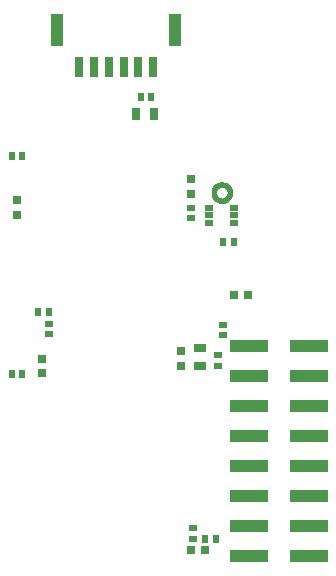
<source format=gbs>
G04 EAGLE Gerber RS-274X export*
G75*
%MOMM*%
%FSLAX34Y34*%
%LPD*%
%INBottom Solder Mask*%
%IPPOS*%
%AMOC8*
5,1,8,0,0,1.08239X$1,22.5*%
G01*
%ADD10R,0.701600X0.801600*%
%ADD11R,0.801600X0.701600*%
%ADD12C,0.450000*%
%ADD13R,0.701600X0.501600*%
%ADD14R,0.751600X0.601600*%
%ADD15R,0.601600X0.751600*%
%ADD16R,3.251600X1.101600*%
%ADD17R,0.701600X1.001600*%
%ADD18R,0.701600X1.801600*%
%ADD19R,1.101600X2.801600*%
%ADD20R,1.001600X0.701600*%


D10*
X100565Y373439D03*
X100565Y385439D03*
D11*
X248207Y89532D03*
X260207Y89532D03*
D12*
X267293Y392064D02*
X267295Y392233D01*
X267301Y392403D01*
X267312Y392572D01*
X267326Y392740D01*
X267345Y392909D01*
X267368Y393076D01*
X267395Y393244D01*
X267426Y393410D01*
X267461Y393576D01*
X267500Y393741D01*
X267543Y393904D01*
X267590Y394067D01*
X267641Y394228D01*
X267696Y394389D01*
X267755Y394547D01*
X267818Y394705D01*
X267885Y394860D01*
X267955Y395014D01*
X268030Y395166D01*
X268108Y395317D01*
X268189Y395465D01*
X268275Y395611D01*
X268364Y395755D01*
X268456Y395897D01*
X268552Y396037D01*
X268651Y396174D01*
X268753Y396309D01*
X268859Y396441D01*
X268968Y396571D01*
X269080Y396698D01*
X269196Y396822D01*
X269314Y396943D01*
X269435Y397061D01*
X269559Y397177D01*
X269686Y397289D01*
X269816Y397398D01*
X269948Y397504D01*
X270083Y397606D01*
X270220Y397705D01*
X270360Y397801D01*
X270502Y397893D01*
X270646Y397982D01*
X270792Y398068D01*
X270940Y398149D01*
X271091Y398227D01*
X271243Y398302D01*
X271397Y398372D01*
X271552Y398439D01*
X271710Y398502D01*
X271868Y398561D01*
X272029Y398616D01*
X272190Y398667D01*
X272353Y398714D01*
X272516Y398757D01*
X272681Y398796D01*
X272847Y398831D01*
X273013Y398862D01*
X273181Y398889D01*
X273348Y398912D01*
X273517Y398931D01*
X273685Y398945D01*
X273854Y398956D01*
X274024Y398962D01*
X274193Y398964D01*
X274362Y398962D01*
X274532Y398956D01*
X274701Y398945D01*
X274869Y398931D01*
X275038Y398912D01*
X275205Y398889D01*
X275373Y398862D01*
X275539Y398831D01*
X275705Y398796D01*
X275870Y398757D01*
X276033Y398714D01*
X276196Y398667D01*
X276357Y398616D01*
X276518Y398561D01*
X276676Y398502D01*
X276834Y398439D01*
X276989Y398372D01*
X277143Y398302D01*
X277295Y398227D01*
X277446Y398149D01*
X277594Y398068D01*
X277740Y397982D01*
X277884Y397893D01*
X278026Y397801D01*
X278166Y397705D01*
X278303Y397606D01*
X278438Y397504D01*
X278570Y397398D01*
X278700Y397289D01*
X278827Y397177D01*
X278951Y397061D01*
X279072Y396943D01*
X279190Y396822D01*
X279306Y396698D01*
X279418Y396571D01*
X279527Y396441D01*
X279633Y396309D01*
X279735Y396174D01*
X279834Y396037D01*
X279930Y395897D01*
X280022Y395755D01*
X280111Y395611D01*
X280197Y395465D01*
X280278Y395317D01*
X280356Y395166D01*
X280431Y395014D01*
X280501Y394860D01*
X280568Y394705D01*
X280631Y394547D01*
X280690Y394389D01*
X280745Y394228D01*
X280796Y394067D01*
X280843Y393904D01*
X280886Y393741D01*
X280925Y393576D01*
X280960Y393410D01*
X280991Y393244D01*
X281018Y393076D01*
X281041Y392909D01*
X281060Y392740D01*
X281074Y392572D01*
X281085Y392403D01*
X281091Y392233D01*
X281093Y392064D01*
X281091Y391895D01*
X281085Y391725D01*
X281074Y391556D01*
X281060Y391388D01*
X281041Y391219D01*
X281018Y391052D01*
X280991Y390884D01*
X280960Y390718D01*
X280925Y390552D01*
X280886Y390387D01*
X280843Y390224D01*
X280796Y390061D01*
X280745Y389900D01*
X280690Y389739D01*
X280631Y389581D01*
X280568Y389423D01*
X280501Y389268D01*
X280431Y389114D01*
X280356Y388962D01*
X280278Y388811D01*
X280197Y388663D01*
X280111Y388517D01*
X280022Y388373D01*
X279930Y388231D01*
X279834Y388091D01*
X279735Y387954D01*
X279633Y387819D01*
X279527Y387687D01*
X279418Y387557D01*
X279306Y387430D01*
X279190Y387306D01*
X279072Y387185D01*
X278951Y387067D01*
X278827Y386951D01*
X278700Y386839D01*
X278570Y386730D01*
X278438Y386624D01*
X278303Y386522D01*
X278166Y386423D01*
X278026Y386327D01*
X277884Y386235D01*
X277740Y386146D01*
X277594Y386060D01*
X277446Y385979D01*
X277295Y385901D01*
X277143Y385826D01*
X276989Y385756D01*
X276834Y385689D01*
X276676Y385626D01*
X276518Y385567D01*
X276357Y385512D01*
X276196Y385461D01*
X276033Y385414D01*
X275870Y385371D01*
X275705Y385332D01*
X275539Y385297D01*
X275373Y385266D01*
X275205Y385239D01*
X275038Y385216D01*
X274869Y385197D01*
X274701Y385183D01*
X274532Y385172D01*
X274362Y385166D01*
X274193Y385164D01*
X274024Y385166D01*
X273854Y385172D01*
X273685Y385183D01*
X273517Y385197D01*
X273348Y385216D01*
X273181Y385239D01*
X273013Y385266D01*
X272847Y385297D01*
X272681Y385332D01*
X272516Y385371D01*
X272353Y385414D01*
X272190Y385461D01*
X272029Y385512D01*
X271868Y385567D01*
X271710Y385626D01*
X271552Y385689D01*
X271397Y385756D01*
X271243Y385826D01*
X271091Y385901D01*
X270940Y385979D01*
X270792Y386060D01*
X270646Y386146D01*
X270502Y386235D01*
X270360Y386327D01*
X270220Y386423D01*
X270083Y386522D01*
X269948Y386624D01*
X269816Y386730D01*
X269686Y386839D01*
X269559Y386951D01*
X269435Y387067D01*
X269314Y387185D01*
X269196Y387306D01*
X269080Y387430D01*
X268968Y387557D01*
X268859Y387687D01*
X268753Y387819D01*
X268651Y387954D01*
X268552Y388091D01*
X268456Y388231D01*
X268364Y388373D01*
X268275Y388517D01*
X268189Y388663D01*
X268108Y388811D01*
X268030Y388962D01*
X267955Y389114D01*
X267885Y389268D01*
X267818Y389423D01*
X267755Y389581D01*
X267696Y389739D01*
X267641Y389900D01*
X267590Y390061D01*
X267543Y390224D01*
X267500Y390387D01*
X267461Y390552D01*
X267426Y390718D01*
X267395Y390884D01*
X267368Y391052D01*
X267345Y391219D01*
X267326Y391388D01*
X267312Y391556D01*
X267301Y391725D01*
X267295Y391895D01*
X267293Y392064D01*
D13*
X263398Y366346D03*
X263398Y372823D03*
X263398Y379300D03*
X284988Y366346D03*
X284988Y372823D03*
X284988Y379300D03*
D10*
X248539Y403196D03*
X248539Y391196D03*
D14*
X248346Y370149D03*
X248346Y379149D03*
D15*
X105470Y422929D03*
X96470Y422929D03*
X269256Y99084D03*
X260256Y99084D03*
D14*
X249454Y108123D03*
X249454Y99123D03*
D15*
X275515Y350104D03*
X284515Y350104D03*
D16*
X348150Y262400D03*
X297350Y262400D03*
X348150Y237000D03*
X297350Y237000D03*
X348150Y211600D03*
X297350Y211600D03*
X348150Y186200D03*
X297350Y186200D03*
X348150Y160800D03*
X297350Y160800D03*
X348150Y135400D03*
X297350Y135400D03*
X348150Y110000D03*
X297350Y110000D03*
X348150Y84600D03*
X297350Y84600D03*
D10*
X239519Y257602D03*
X239519Y245602D03*
D17*
X201578Y459005D03*
X216578Y459005D03*
D15*
X205661Y473210D03*
X214661Y473210D03*
D18*
X191087Y498673D03*
X203587Y498673D03*
X216087Y498673D03*
X178587Y498673D03*
X166087Y498673D03*
X153587Y498673D03*
D19*
X234837Y529923D03*
X134837Y529923D03*
D20*
X255458Y260409D03*
X255458Y245409D03*
D15*
X127971Y291383D03*
X118971Y291383D03*
D10*
X121914Y251249D03*
X121914Y239249D03*
D14*
X128212Y280970D03*
X128212Y271970D03*
D15*
X96257Y238250D03*
X105257Y238250D03*
D11*
X296403Y304974D03*
X284403Y304974D03*
D14*
X275154Y280332D03*
X275154Y271332D03*
X270749Y254579D03*
X270749Y245579D03*
M02*

</source>
